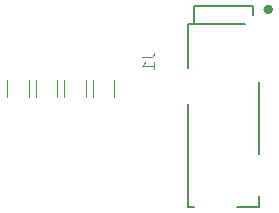
<source format=gbo>
G04 #@! TF.GenerationSoftware,KiCad,Pcbnew,(5.1.7)-1*
G04 #@! TF.CreationDate,2021-04-25T15:55:36-07:00*
G04 #@! TF.ProjectId,daughter_board,64617567-6874-4657-925f-626f6172642e,rev?*
G04 #@! TF.SameCoordinates,Original*
G04 #@! TF.FileFunction,Legend,Bot*
G04 #@! TF.FilePolarity,Positive*
%FSLAX46Y46*%
G04 Gerber Fmt 4.6, Leading zero omitted, Abs format (unit mm)*
G04 Created by KiCad (PCBNEW (5.1.7)-1) date 2021-04-25 15:55:36*
%MOMM*%
%LPD*%
G01*
G04 APERTURE LIST*
%ADD10C,0.120000*%
%ADD11C,0.127000*%
%ADD12C,0.400000*%
%ADD13C,0.015000*%
G04 APERTURE END LIST*
D10*
X159491000Y-73863252D02*
X159491000Y-72440748D01*
X161311000Y-73863252D02*
X161311000Y-72440748D01*
X163724000Y-73863252D02*
X163724000Y-72440748D01*
X161904000Y-73863252D02*
X161904000Y-72440748D01*
X166730000Y-73879064D02*
X166730000Y-72424936D01*
X168550000Y-73879064D02*
X168550000Y-72424936D01*
X166137000Y-73879064D02*
X166137000Y-72424936D01*
X164317000Y-73879064D02*
X164317000Y-72424936D01*
D11*
X174825400Y-71426100D02*
X174825400Y-67726100D01*
X174825400Y-67726100D02*
X175325400Y-67726100D01*
X175325400Y-67726100D02*
X179575400Y-67726100D01*
X175325400Y-67726100D02*
X175325400Y-66226100D01*
X175325400Y-66226100D02*
X180325400Y-66226100D01*
X180325400Y-66226100D02*
X180325400Y-66926100D01*
X180825400Y-72626100D02*
X180825400Y-78726100D01*
X180825400Y-82276100D02*
X180825400Y-83226100D01*
X174825400Y-83226100D02*
X174825400Y-74526100D01*
D12*
X181775400Y-66476100D02*
G75*
G03*
X181775400Y-66476100I-200000J0D01*
G01*
D11*
X178925400Y-83226100D02*
X180825400Y-83226100D01*
X174825400Y-83226100D02*
X175275400Y-83226100D01*
D13*
X170860527Y-70544940D02*
X171578137Y-70544940D01*
X171721659Y-70497099D01*
X171817340Y-70401418D01*
X171865181Y-70257896D01*
X171865181Y-70162215D01*
X171865181Y-71549594D02*
X171865181Y-70975506D01*
X171865181Y-71262550D02*
X170860527Y-71262550D01*
X171004049Y-71166869D01*
X171099730Y-71071187D01*
X171147571Y-70975506D01*
M02*

</source>
